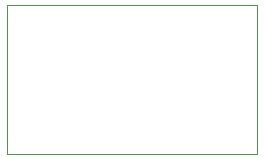
<source format=gm1>
G04 #@! TF.GenerationSoftware,KiCad,Pcbnew,5.0.0-rc3+dfsg1-2*
G04 #@! TF.CreationDate,2018-08-16T13:40:50+09:00*
G04 #@! TF.ProjectId,fst-01,6673742D30312E6B696361645F706362,rev?*
G04 #@! TF.SameCoordinates,PX791ddc0PY5e69114*
G04 #@! TF.FileFunction,Profile,NP*
%FSLAX46Y46*%
G04 Gerber Fmt 4.6, Leading zero omitted, Abs format (unit mm)*
G04 Created by KiCad (PCBNEW 5.0.0-rc3+dfsg1-2) date Thu Aug 16 13:40:50 2018*
%MOMM*%
%LPD*%
G01*
G04 APERTURE LIST*
%ADD10C,0.099060*%
G04 APERTURE END LIST*
D10*
X2667000Y-6311900D02*
X2667000Y6311900D01*
X-18542000Y-6311900D02*
X2667000Y-6311900D01*
X-18542000Y6311900D02*
X-18542000Y-6311900D01*
X2667000Y6311900D02*
X-18542000Y6311900D01*
M02*

</source>
